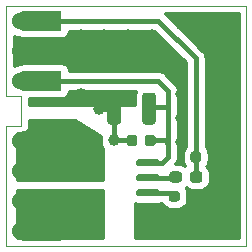
<source format=gbr>
%TF.GenerationSoftware,KiCad,Pcbnew,(5.1.9)-1*%
%TF.CreationDate,2021-06-01T15:36:46+02:00*%
%TF.ProjectId,18_Mesure_Courant,31385f4d-6573-4757-9265-5f436f757261,rev?*%
%TF.SameCoordinates,Original*%
%TF.FileFunction,Copper,L1,Top*%
%TF.FilePolarity,Positive*%
%FSLAX46Y46*%
G04 Gerber Fmt 4.6, Leading zero omitted, Abs format (unit mm)*
G04 Created by KiCad (PCBNEW (5.1.9)-1) date 2021-06-01 15:36:46*
%MOMM*%
%LPD*%
G01*
G04 APERTURE LIST*
%TA.AperFunction,Profile*%
%ADD10C,0.050000*%
%TD*%
%TA.AperFunction,ComponentPad*%
%ADD11C,1.524000*%
%TD*%
%TA.AperFunction,ComponentPad*%
%ADD12C,0.100000*%
%TD*%
%TA.AperFunction,ViaPad*%
%ADD13C,1.000000*%
%TD*%
%TA.AperFunction,Conductor*%
%ADD14C,0.400000*%
%TD*%
%TA.AperFunction,Conductor*%
%ADD15C,0.254000*%
%TD*%
%TA.AperFunction,Conductor*%
%ADD16C,0.100000*%
%TD*%
G04 APERTURE END LIST*
D10*
X101600000Y-69850000D02*
X100330000Y-69850000D01*
X101600000Y-72390000D02*
X101600000Y-69850000D01*
X100330000Y-72390000D02*
X101600000Y-72390000D01*
X100330000Y-82550000D02*
X120650000Y-82550000D01*
X100330000Y-62230000D02*
X101600000Y-62230000D01*
X100330000Y-64770000D02*
X100330000Y-62230000D01*
X100330000Y-69850000D02*
X100330000Y-67310000D01*
X120650000Y-62230000D02*
X120650000Y-82550000D01*
X101600000Y-62230000D02*
X120650000Y-62230000D01*
X100330000Y-80010000D02*
X100330000Y-82550000D01*
X100330000Y-64770000D02*
X100330000Y-67310000D01*
X100330000Y-80010000D02*
X100330000Y-72390000D01*
D11*
%TO.P,J2,1*%
%TO.N,GND*%
X101600000Y-66040000D03*
%TA.AperFunction,ComponentPad*%
D12*
G36*
X101928132Y-66889917D02*
G01*
X101845251Y-66884703D01*
X101763275Y-66871425D01*
X101682986Y-66850212D01*
X101605149Y-66821265D01*
X101530509Y-66784861D01*
X101459778Y-66741346D01*
X101393631Y-66691138D01*
X101332698Y-66634714D01*
X101277563Y-66572613D01*
X101228750Y-66505429D01*
X101186727Y-66433802D01*
X101151894Y-66358416D01*
X101124583Y-66279990D01*
X101105056Y-66199274D01*
X101093498Y-66117038D01*
X101090021Y-66034066D01*
X101094656Y-65951151D01*
X101107361Y-65869084D01*
X101128013Y-65788648D01*
X101156416Y-65710612D01*
X101192299Y-65635719D01*
X101235318Y-65564686D01*
X101285064Y-65498190D01*
X101341061Y-65436865D01*
X101402775Y-65381297D01*
X101469617Y-65332017D01*
X101540949Y-65289495D01*
X101616090Y-65254136D01*
X101694323Y-65226278D01*
X101774901Y-65206188D01*
X101857055Y-65194057D01*
X101940000Y-65190000D01*
X104990000Y-65190000D01*
X104990000Y-66890000D01*
X101940000Y-66890000D01*
X101928132Y-66889917D01*
G37*
%TD.AperFunction*%
%TD*%
D11*
%TO.P,J3,1*%
%TO.N,5V*%
X101600000Y-68580000D03*
%TA.AperFunction,ComponentPad*%
D12*
G36*
X101928132Y-69429917D02*
G01*
X101845251Y-69424703D01*
X101763275Y-69411425D01*
X101682986Y-69390212D01*
X101605149Y-69361265D01*
X101530509Y-69324861D01*
X101459778Y-69281346D01*
X101393631Y-69231138D01*
X101332698Y-69174714D01*
X101277563Y-69112613D01*
X101228750Y-69045429D01*
X101186727Y-68973802D01*
X101151894Y-68898416D01*
X101124583Y-68819990D01*
X101105056Y-68739274D01*
X101093498Y-68657038D01*
X101090021Y-68574066D01*
X101094656Y-68491151D01*
X101107361Y-68409084D01*
X101128013Y-68328648D01*
X101156416Y-68250612D01*
X101192299Y-68175719D01*
X101235318Y-68104686D01*
X101285064Y-68038190D01*
X101341061Y-67976865D01*
X101402775Y-67921297D01*
X101469617Y-67872017D01*
X101540949Y-67829495D01*
X101616090Y-67794136D01*
X101694323Y-67766278D01*
X101774901Y-67746188D01*
X101857055Y-67734057D01*
X101940000Y-67730000D01*
X104990000Y-67730000D01*
X104990000Y-69430000D01*
X101940000Y-69430000D01*
X101928132Y-69429917D01*
G37*
%TD.AperFunction*%
%TD*%
D11*
%TO.P,J1,1*%
%TO.N,I_mes*%
X101600000Y-63500000D03*
%TA.AperFunction,ComponentPad*%
D12*
G36*
X101928132Y-64349917D02*
G01*
X101845251Y-64344703D01*
X101763275Y-64331425D01*
X101682986Y-64310212D01*
X101605149Y-64281265D01*
X101530509Y-64244861D01*
X101459778Y-64201346D01*
X101393631Y-64151138D01*
X101332698Y-64094714D01*
X101277563Y-64032613D01*
X101228750Y-63965429D01*
X101186727Y-63893802D01*
X101151894Y-63818416D01*
X101124583Y-63739990D01*
X101105056Y-63659274D01*
X101093498Y-63577038D01*
X101090021Y-63494066D01*
X101094656Y-63411151D01*
X101107361Y-63329084D01*
X101128013Y-63248648D01*
X101156416Y-63170612D01*
X101192299Y-63095719D01*
X101235318Y-63024686D01*
X101285064Y-62958190D01*
X101341061Y-62896865D01*
X101402775Y-62841297D01*
X101469617Y-62792017D01*
X101540949Y-62749495D01*
X101616090Y-62714136D01*
X101694323Y-62686278D01*
X101774901Y-62666188D01*
X101857055Y-62654057D01*
X101940000Y-62650000D01*
X104990000Y-62650000D01*
X104990000Y-64350000D01*
X101940000Y-64350000D01*
X101928132Y-64349917D01*
G37*
%TD.AperFunction*%
%TD*%
%TO.P,R1,2*%
%TO.N,I_mes*%
%TA.AperFunction,SMDPad,CuDef*%
G36*
G01*
X115890000Y-76977500D02*
X115890000Y-76502500D01*
G75*
G02*
X116127500Y-76265000I237500J0D01*
G01*
X116702500Y-76265000D01*
G75*
G02*
X116940000Y-76502500I0J-237500D01*
G01*
X116940000Y-76977500D01*
G75*
G02*
X116702500Y-77215000I-237500J0D01*
G01*
X116127500Y-77215000D01*
G75*
G02*
X115890000Y-76977500I0J237500D01*
G01*
G37*
%TD.AperFunction*%
%TO.P,R1,1*%
%TO.N,Net-(R1-Pad1)*%
%TA.AperFunction,SMDPad,CuDef*%
G36*
G01*
X114140000Y-76977500D02*
X114140000Y-76502500D01*
G75*
G02*
X114377500Y-76265000I237500J0D01*
G01*
X114952500Y-76265000D01*
G75*
G02*
X115190000Y-76502500I0J-237500D01*
G01*
X115190000Y-76977500D01*
G75*
G02*
X114952500Y-77215000I-237500J0D01*
G01*
X114377500Y-77215000D01*
G75*
G02*
X114140000Y-76977500I0J237500D01*
G01*
G37*
%TD.AperFunction*%
%TD*%
D11*
%TO.P,J6,1*%
%TO.N,P_OUT*%
X101600000Y-78740000D03*
%TA.AperFunction,ComponentPad*%
D12*
G36*
X101928132Y-79589917D02*
G01*
X101845251Y-79584703D01*
X101763275Y-79571425D01*
X101682986Y-79550212D01*
X101605149Y-79521265D01*
X101530509Y-79484861D01*
X101459778Y-79441346D01*
X101393631Y-79391138D01*
X101332698Y-79334714D01*
X101277563Y-79272613D01*
X101228750Y-79205429D01*
X101186727Y-79133802D01*
X101151894Y-79058416D01*
X101124583Y-78979990D01*
X101105056Y-78899274D01*
X101093498Y-78817038D01*
X101090021Y-78734066D01*
X101094656Y-78651151D01*
X101107361Y-78569084D01*
X101128013Y-78488648D01*
X101156416Y-78410612D01*
X101192299Y-78335719D01*
X101235318Y-78264686D01*
X101285064Y-78198190D01*
X101341061Y-78136865D01*
X101402775Y-78081297D01*
X101469617Y-78032017D01*
X101540949Y-77989495D01*
X101616090Y-77954136D01*
X101694323Y-77926278D01*
X101774901Y-77906188D01*
X101857055Y-77894057D01*
X101940000Y-77890000D01*
X104990000Y-77890000D01*
X104990000Y-79590000D01*
X101940000Y-79590000D01*
X101928132Y-79589917D01*
G37*
%TD.AperFunction*%
%TD*%
%TO.P,C1,2*%
%TO.N,GND*%
%TA.AperFunction,SMDPad,CuDef*%
G36*
G01*
X111415000Y-73390000D02*
X111415000Y-73890000D01*
G75*
G02*
X111190000Y-74115000I-225000J0D01*
G01*
X110740000Y-74115000D01*
G75*
G02*
X110515000Y-73890000I0J225000D01*
G01*
X110515000Y-73390000D01*
G75*
G02*
X110740000Y-73165000I225000J0D01*
G01*
X111190000Y-73165000D01*
G75*
G02*
X111415000Y-73390000I0J-225000D01*
G01*
G37*
%TD.AperFunction*%
%TO.P,C1,1*%
%TO.N,5V*%
%TA.AperFunction,SMDPad,CuDef*%
G36*
G01*
X112965000Y-73390000D02*
X112965000Y-73890000D01*
G75*
G02*
X112740000Y-74115000I-225000J0D01*
G01*
X112290000Y-74115000D01*
G75*
G02*
X112065000Y-73890000I0J225000D01*
G01*
X112065000Y-73390000D01*
G75*
G02*
X112290000Y-73165000I225000J0D01*
G01*
X112740000Y-73165000D01*
G75*
G02*
X112965000Y-73390000I0J-225000D01*
G01*
G37*
%TD.AperFunction*%
%TD*%
D11*
%TO.P,J7,1*%
%TO.N,P_OUT*%
X101600000Y-81280000D03*
%TA.AperFunction,ComponentPad*%
D12*
G36*
X101928132Y-82129917D02*
G01*
X101845251Y-82124703D01*
X101763275Y-82111425D01*
X101682986Y-82090212D01*
X101605149Y-82061265D01*
X101530509Y-82024861D01*
X101459778Y-81981346D01*
X101393631Y-81931138D01*
X101332698Y-81874714D01*
X101277563Y-81812613D01*
X101228750Y-81745429D01*
X101186727Y-81673802D01*
X101151894Y-81598416D01*
X101124583Y-81519990D01*
X101105056Y-81439274D01*
X101093498Y-81357038D01*
X101090021Y-81274066D01*
X101094656Y-81191151D01*
X101107361Y-81109084D01*
X101128013Y-81028648D01*
X101156416Y-80950612D01*
X101192299Y-80875719D01*
X101235318Y-80804686D01*
X101285064Y-80738190D01*
X101341061Y-80676865D01*
X101402775Y-80621297D01*
X101469617Y-80572017D01*
X101540949Y-80529495D01*
X101616090Y-80494136D01*
X101694323Y-80466278D01*
X101774901Y-80446188D01*
X101857055Y-80434057D01*
X101940000Y-80430000D01*
X104990000Y-80430000D01*
X104990000Y-82130000D01*
X101940000Y-82130000D01*
X101928132Y-82129917D01*
G37*
%TD.AperFunction*%
%TD*%
D11*
%TO.P,J4,1*%
%TO.N,P_IN*%
X101600000Y-73660000D03*
%TA.AperFunction,ComponentPad*%
D12*
G36*
X101928132Y-74509917D02*
G01*
X101845251Y-74504703D01*
X101763275Y-74491425D01*
X101682986Y-74470212D01*
X101605149Y-74441265D01*
X101530509Y-74404861D01*
X101459778Y-74361346D01*
X101393631Y-74311138D01*
X101332698Y-74254714D01*
X101277563Y-74192613D01*
X101228750Y-74125429D01*
X101186727Y-74053802D01*
X101151894Y-73978416D01*
X101124583Y-73899990D01*
X101105056Y-73819274D01*
X101093498Y-73737038D01*
X101090021Y-73654066D01*
X101094656Y-73571151D01*
X101107361Y-73489084D01*
X101128013Y-73408648D01*
X101156416Y-73330612D01*
X101192299Y-73255719D01*
X101235318Y-73184686D01*
X101285064Y-73118190D01*
X101341061Y-73056865D01*
X101402775Y-73001297D01*
X101469617Y-72952017D01*
X101540949Y-72909495D01*
X101616090Y-72874136D01*
X101694323Y-72846278D01*
X101774901Y-72826188D01*
X101857055Y-72814057D01*
X101940000Y-72810000D01*
X104990000Y-72810000D01*
X104990000Y-74510000D01*
X101940000Y-74510000D01*
X101928132Y-74509917D01*
G37*
%TD.AperFunction*%
%TD*%
D11*
%TO.P,J5,1*%
%TO.N,P_IN*%
X101600000Y-76200000D03*
%TA.AperFunction,ComponentPad*%
D12*
G36*
X101928132Y-77049917D02*
G01*
X101845251Y-77044703D01*
X101763275Y-77031425D01*
X101682986Y-77010212D01*
X101605149Y-76981265D01*
X101530509Y-76944861D01*
X101459778Y-76901346D01*
X101393631Y-76851138D01*
X101332698Y-76794714D01*
X101277563Y-76732613D01*
X101228750Y-76665429D01*
X101186727Y-76593802D01*
X101151894Y-76518416D01*
X101124583Y-76439990D01*
X101105056Y-76359274D01*
X101093498Y-76277038D01*
X101090021Y-76194066D01*
X101094656Y-76111151D01*
X101107361Y-76029084D01*
X101128013Y-75948648D01*
X101156416Y-75870612D01*
X101192299Y-75795719D01*
X101235318Y-75724686D01*
X101285064Y-75658190D01*
X101341061Y-75596865D01*
X101402775Y-75541297D01*
X101469617Y-75492017D01*
X101540949Y-75449495D01*
X101616090Y-75414136D01*
X101694323Y-75386278D01*
X101774901Y-75366188D01*
X101857055Y-75354057D01*
X101940000Y-75350000D01*
X104990000Y-75350000D01*
X104990000Y-77050000D01*
X101940000Y-77050000D01*
X101928132Y-77049917D01*
G37*
%TD.AperFunction*%
%TD*%
%TO.P,C2,2*%
%TO.N,GND*%
%TA.AperFunction,SMDPad,CuDef*%
G36*
G01*
X110040000Y-69839999D02*
X110040000Y-72040001D01*
G75*
G02*
X109790001Y-72290000I-249999J0D01*
G01*
X109139999Y-72290000D01*
G75*
G02*
X108890000Y-72040001I0J249999D01*
G01*
X108890000Y-69839999D01*
G75*
G02*
X109139999Y-69590000I249999J0D01*
G01*
X109790001Y-69590000D01*
G75*
G02*
X110040000Y-69839999I0J-249999D01*
G01*
G37*
%TD.AperFunction*%
%TO.P,C2,1*%
%TO.N,5V*%
%TA.AperFunction,SMDPad,CuDef*%
G36*
G01*
X112990000Y-69839999D02*
X112990000Y-72040001D01*
G75*
G02*
X112740001Y-72290000I-249999J0D01*
G01*
X112089999Y-72290000D01*
G75*
G02*
X111840000Y-72040001I0J249999D01*
G01*
X111840000Y-69839999D01*
G75*
G02*
X112089999Y-69590000I249999J0D01*
G01*
X112740001Y-69590000D01*
G75*
G02*
X112990000Y-69839999I0J-249999D01*
G01*
G37*
%TD.AperFunction*%
%TD*%
%TO.P,C3,2*%
%TO.N,GND*%
%TA.AperFunction,SMDPad,CuDef*%
G36*
G01*
X117465000Y-75290000D02*
X117465000Y-74790000D01*
G75*
G02*
X117690000Y-74565000I225000J0D01*
G01*
X118140000Y-74565000D01*
G75*
G02*
X118365000Y-74790000I0J-225000D01*
G01*
X118365000Y-75290000D01*
G75*
G02*
X118140000Y-75515000I-225000J0D01*
G01*
X117690000Y-75515000D01*
G75*
G02*
X117465000Y-75290000I0J225000D01*
G01*
G37*
%TD.AperFunction*%
%TO.P,C3,1*%
%TO.N,I_mes*%
%TA.AperFunction,SMDPad,CuDef*%
G36*
G01*
X115915000Y-75290000D02*
X115915000Y-74790000D01*
G75*
G02*
X116140000Y-74565000I225000J0D01*
G01*
X116590000Y-74565000D01*
G75*
G02*
X116815000Y-74790000I0J-225000D01*
G01*
X116815000Y-75290000D01*
G75*
G02*
X116590000Y-75515000I-225000J0D01*
G01*
X116140000Y-75515000D01*
G75*
G02*
X115915000Y-75290000I0J225000D01*
G01*
G37*
%TD.AperFunction*%
%TD*%
%TO.P,C4,2*%
%TO.N,GND*%
%TA.AperFunction,SMDPad,CuDef*%
G36*
G01*
X114290000Y-79465000D02*
X114790000Y-79465000D01*
G75*
G02*
X115015000Y-79690000I0J-225000D01*
G01*
X115015000Y-80140000D01*
G75*
G02*
X114790000Y-80365000I-225000J0D01*
G01*
X114290000Y-80365000D01*
G75*
G02*
X114065000Y-80140000I0J225000D01*
G01*
X114065000Y-79690000D01*
G75*
G02*
X114290000Y-79465000I225000J0D01*
G01*
G37*
%TD.AperFunction*%
%TO.P,C4,1*%
%TO.N,Net-(C4-Pad1)*%
%TA.AperFunction,SMDPad,CuDef*%
G36*
G01*
X114290000Y-77915000D02*
X114790000Y-77915000D01*
G75*
G02*
X115015000Y-78140000I0J-225000D01*
G01*
X115015000Y-78590000D01*
G75*
G02*
X114790000Y-78815000I-225000J0D01*
G01*
X114290000Y-78815000D01*
G75*
G02*
X114065000Y-78590000I0J225000D01*
G01*
X114065000Y-78140000D01*
G75*
G02*
X114290000Y-77915000I225000J0D01*
G01*
G37*
%TD.AperFunction*%
%TD*%
%TO.P,U1,8*%
%TO.N,5V*%
%TA.AperFunction,SMDPad,CuDef*%
G36*
G01*
X111340000Y-75685000D02*
X111340000Y-75385000D01*
G75*
G02*
X111490000Y-75235000I150000J0D01*
G01*
X113140000Y-75235000D01*
G75*
G02*
X113290000Y-75385000I0J-150000D01*
G01*
X113290000Y-75685000D01*
G75*
G02*
X113140000Y-75835000I-150000J0D01*
G01*
X111490000Y-75835000D01*
G75*
G02*
X111340000Y-75685000I0J150000D01*
G01*
G37*
%TD.AperFunction*%
%TO.P,U1,7*%
%TO.N,Net-(R1-Pad1)*%
%TA.AperFunction,SMDPad,CuDef*%
G36*
G01*
X111340000Y-76955000D02*
X111340000Y-76655000D01*
G75*
G02*
X111490000Y-76505000I150000J0D01*
G01*
X113140000Y-76505000D01*
G75*
G02*
X113290000Y-76655000I0J-150000D01*
G01*
X113290000Y-76955000D01*
G75*
G02*
X113140000Y-77105000I-150000J0D01*
G01*
X111490000Y-77105000D01*
G75*
G02*
X111340000Y-76955000I0J150000D01*
G01*
G37*
%TD.AperFunction*%
%TO.P,U1,6*%
%TO.N,Net-(C4-Pad1)*%
%TA.AperFunction,SMDPad,CuDef*%
G36*
G01*
X111340000Y-78225000D02*
X111340000Y-77925000D01*
G75*
G02*
X111490000Y-77775000I150000J0D01*
G01*
X113140000Y-77775000D01*
G75*
G02*
X113290000Y-77925000I0J-150000D01*
G01*
X113290000Y-78225000D01*
G75*
G02*
X113140000Y-78375000I-150000J0D01*
G01*
X111490000Y-78375000D01*
G75*
G02*
X111340000Y-78225000I0J150000D01*
G01*
G37*
%TD.AperFunction*%
%TO.P,U1,5*%
%TO.N,GND*%
%TA.AperFunction,SMDPad,CuDef*%
G36*
G01*
X111340000Y-79495000D02*
X111340000Y-79195000D01*
G75*
G02*
X111490000Y-79045000I150000J0D01*
G01*
X113140000Y-79045000D01*
G75*
G02*
X113290000Y-79195000I0J-150000D01*
G01*
X113290000Y-79495000D01*
G75*
G02*
X113140000Y-79645000I-150000J0D01*
G01*
X111490000Y-79645000D01*
G75*
G02*
X111340000Y-79495000I0J150000D01*
G01*
G37*
%TD.AperFunction*%
%TO.P,U1,4*%
%TO.N,P_OUT*%
%TA.AperFunction,SMDPad,CuDef*%
G36*
G01*
X106390000Y-79495000D02*
X106390000Y-79195000D01*
G75*
G02*
X106540000Y-79045000I150000J0D01*
G01*
X108190000Y-79045000D01*
G75*
G02*
X108340000Y-79195000I0J-150000D01*
G01*
X108340000Y-79495000D01*
G75*
G02*
X108190000Y-79645000I-150000J0D01*
G01*
X106540000Y-79645000D01*
G75*
G02*
X106390000Y-79495000I0J150000D01*
G01*
G37*
%TD.AperFunction*%
%TO.P,U1,3*%
%TA.AperFunction,SMDPad,CuDef*%
G36*
G01*
X106390000Y-78225000D02*
X106390000Y-77925000D01*
G75*
G02*
X106540000Y-77775000I150000J0D01*
G01*
X108190000Y-77775000D01*
G75*
G02*
X108340000Y-77925000I0J-150000D01*
G01*
X108340000Y-78225000D01*
G75*
G02*
X108190000Y-78375000I-150000J0D01*
G01*
X106540000Y-78375000D01*
G75*
G02*
X106390000Y-78225000I0J150000D01*
G01*
G37*
%TD.AperFunction*%
%TO.P,U1,2*%
%TO.N,P_IN*%
%TA.AperFunction,SMDPad,CuDef*%
G36*
G01*
X106390000Y-76955000D02*
X106390000Y-76655000D01*
G75*
G02*
X106540000Y-76505000I150000J0D01*
G01*
X108190000Y-76505000D01*
G75*
G02*
X108340000Y-76655000I0J-150000D01*
G01*
X108340000Y-76955000D01*
G75*
G02*
X108190000Y-77105000I-150000J0D01*
G01*
X106540000Y-77105000D01*
G75*
G02*
X106390000Y-76955000I0J150000D01*
G01*
G37*
%TD.AperFunction*%
%TO.P,U1,1*%
%TA.AperFunction,SMDPad,CuDef*%
G36*
G01*
X106390000Y-75685000D02*
X106390000Y-75385000D01*
G75*
G02*
X106540000Y-75235000I150000J0D01*
G01*
X108190000Y-75235000D01*
G75*
G02*
X108340000Y-75385000I0J-150000D01*
G01*
X108340000Y-75685000D01*
G75*
G02*
X108190000Y-75835000I-150000J0D01*
G01*
X106540000Y-75835000D01*
G75*
G02*
X106390000Y-75685000I0J150000D01*
G01*
G37*
%TD.AperFunction*%
%TD*%
D13*
%TO.N,GND*%
X114540000Y-81240000D03*
X119240000Y-75040000D03*
X109440000Y-73640000D03*
X108140000Y-70940000D03*
X106640000Y-64740000D03*
X108640000Y-64740000D03*
X110640000Y-64740000D03*
X112640000Y-64740000D03*
X114140000Y-66240000D03*
X115140000Y-67740000D03*
X115140000Y-69740000D03*
X115140000Y-71740000D03*
X115140000Y-73740000D03*
X115140000Y-63740000D03*
X117140000Y-63740000D03*
X119140000Y-63740000D03*
X106640000Y-69740000D03*
X117140000Y-65740000D03*
X117640000Y-67740000D03*
X117640000Y-69740000D03*
X117640000Y-71740000D03*
X117640000Y-73740000D03*
X113140000Y-81240000D03*
X111640000Y-81240000D03*
X116140000Y-81240000D03*
X117640000Y-81240000D03*
X119140000Y-81240000D03*
X119140000Y-79740000D03*
X119140000Y-78240000D03*
X119140000Y-76740000D03*
X119140000Y-72740000D03*
X119140000Y-70740000D03*
X119140000Y-68740000D03*
X119140000Y-66240000D03*
X116140000Y-78240000D03*
X117640000Y-78240000D03*
X106640000Y-67240000D03*
X108640000Y-67240000D03*
X110640000Y-67240000D03*
X112640000Y-67240000D03*
%TD*%
D14*
%TO.N,GND*%
X114540000Y-79915000D02*
X114540000Y-80840000D01*
X114540000Y-80840000D02*
X114540000Y-81240000D01*
X112315000Y-79345000D02*
X113645000Y-79345000D01*
X114215000Y-79915000D02*
X114540000Y-79915000D01*
X113645000Y-79345000D02*
X114215000Y-79915000D01*
X117915000Y-75040000D02*
X119040000Y-75040000D01*
X119040000Y-75040000D02*
X119240000Y-75040000D01*
X110965000Y-73640000D02*
X109440000Y-73640000D01*
X109465000Y-70940000D02*
X108140000Y-70940000D01*
X109440000Y-70965000D02*
X109465000Y-70940000D01*
X109440000Y-73640000D02*
X109440000Y-70965000D01*
%TO.N,5V*%
X112315000Y-75535000D02*
X113545000Y-75535000D01*
X113545000Y-75535000D02*
X114040000Y-75040000D01*
X112515000Y-70840000D02*
X112415000Y-70940000D01*
X114040000Y-70840000D02*
X112515000Y-70840000D01*
X113740000Y-73640000D02*
X114040000Y-73940000D01*
X112515000Y-73640000D02*
X113740000Y-73640000D01*
X114040000Y-73940000D02*
X114040000Y-70840000D01*
X114040000Y-75040000D02*
X114040000Y-73940000D01*
X104140000Y-68580000D02*
X113180000Y-68580000D01*
X114040000Y-69440000D02*
X114040000Y-70840000D01*
X113180000Y-68580000D02*
X114040000Y-69440000D01*
%TO.N,Net-(R1-Pad1)*%
X114600000Y-76805000D02*
X114665000Y-76740000D01*
X112315000Y-76805000D02*
X114600000Y-76805000D01*
%TO.N,I_mes*%
X116415000Y-75090000D02*
X116365000Y-75040000D01*
X116415000Y-76740000D02*
X116415000Y-75090000D01*
X116365000Y-75040000D02*
X116365000Y-66665000D01*
X113200000Y-63500000D02*
X104140000Y-63500000D01*
X116365000Y-66665000D02*
X113200000Y-63500000D01*
%TO.N,Net-(C4-Pad1)*%
X114250000Y-78075000D02*
X114540000Y-78365000D01*
X112315000Y-78075000D02*
X114250000Y-78075000D01*
%TO.N,P_IN*%
X104745000Y-76805000D02*
X104140000Y-76200000D01*
X107365000Y-76805000D02*
X104745000Y-76805000D01*
X106015000Y-75535000D02*
X104140000Y-73660000D01*
X107365000Y-75535000D02*
X106015000Y-75535000D01*
X104805000Y-75535000D02*
X104140000Y-76200000D01*
X107365000Y-75535000D02*
X104805000Y-75535000D01*
%TO.N,P_OUT*%
X104745000Y-79345000D02*
X104140000Y-78740000D01*
X104805000Y-78075000D02*
X104140000Y-78740000D01*
X107365000Y-78075000D02*
X104805000Y-78075000D01*
X105935000Y-79485000D02*
X105935000Y-79345000D01*
X104140000Y-81280000D02*
X105935000Y-79485000D01*
X105935000Y-79345000D02*
X104745000Y-79345000D01*
X107365000Y-79345000D02*
X105935000Y-79345000D01*
%TD*%
D15*
%TO.N,P_IN*%
X108380352Y-73232318D02*
X108348617Y-73308933D01*
X108305000Y-73528212D01*
X108305000Y-73751788D01*
X108348617Y-73971067D01*
X108434176Y-74177624D01*
X108513000Y-74295592D01*
X108513000Y-77013000D01*
X101267000Y-77013000D01*
X101267000Y-73050000D01*
X101567581Y-73050000D01*
X101600000Y-73053193D01*
X101632419Y-73050000D01*
X101729383Y-73040450D01*
X101853793Y-73002710D01*
X101968450Y-72941425D01*
X102068948Y-72858948D01*
X102151425Y-72758450D01*
X102212710Y-72643793D01*
X102250450Y-72519383D01*
X102263193Y-72390000D01*
X102260000Y-72357581D01*
X102260000Y-71867000D01*
X106104822Y-71867000D01*
X108380352Y-73232318D01*
%TA.AperFunction,Conductor*%
D16*
G36*
X108380352Y-73232318D02*
G01*
X108348617Y-73308933D01*
X108305000Y-73528212D01*
X108305000Y-73751788D01*
X108348617Y-73971067D01*
X108434176Y-74177624D01*
X108513000Y-74295592D01*
X108513000Y-77013000D01*
X101267000Y-77013000D01*
X101267000Y-73050000D01*
X101567581Y-73050000D01*
X101600000Y-73053193D01*
X101632419Y-73050000D01*
X101729383Y-73040450D01*
X101853793Y-73002710D01*
X101968450Y-72941425D01*
X102068948Y-72858948D01*
X102151425Y-72758450D01*
X102212710Y-72643793D01*
X102250450Y-72519383D01*
X102263193Y-72390000D01*
X102260000Y-72357581D01*
X102260000Y-71867000D01*
X106104822Y-71867000D01*
X108380352Y-73232318D01*
G37*
%TD.AperFunction*%
%TD*%
D15*
%TO.N,P_OUT*%
X108513000Y-81890000D02*
X101267000Y-81890000D01*
X101267000Y-77867000D01*
X108513000Y-77867000D01*
X108513000Y-81890000D01*
%TA.AperFunction,Conductor*%
D16*
G36*
X108513000Y-81890000D02*
G01*
X101267000Y-81890000D01*
X101267000Y-77867000D01*
X108513000Y-77867000D01*
X108513000Y-81890000D01*
G37*
%TD.AperFunction*%
%TD*%
D15*
%TO.N,GND*%
X111269528Y-69500149D02*
X111218992Y-69666745D01*
X111201928Y-69839999D01*
X111201928Y-70613000D01*
X102260000Y-70613000D01*
X102260000Y-70068072D01*
X104990000Y-70068072D01*
X105114482Y-70055812D01*
X105234180Y-70019502D01*
X105344494Y-69960537D01*
X105441185Y-69881185D01*
X105520537Y-69784494D01*
X105579502Y-69674180D01*
X105615812Y-69554482D01*
X105628072Y-69430000D01*
X105628072Y-69415000D01*
X111315041Y-69415000D01*
X111269528Y-69500149D01*
%TA.AperFunction,Conductor*%
D16*
G36*
X111269528Y-69500149D02*
G01*
X111218992Y-69666745D01*
X111201928Y-69839999D01*
X111201928Y-70613000D01*
X102260000Y-70613000D01*
X102260000Y-70068072D01*
X104990000Y-70068072D01*
X105114482Y-70055812D01*
X105234180Y-70019502D01*
X105344494Y-69960537D01*
X105441185Y-69881185D01*
X105520537Y-69784494D01*
X105579502Y-69674180D01*
X105615812Y-69554482D01*
X105628072Y-69430000D01*
X105628072Y-69415000D01*
X111315041Y-69415000D01*
X111269528Y-69500149D01*
G37*
%TD.AperFunction*%
D15*
X115530001Y-67010870D02*
X115530001Y-70613000D01*
X114875000Y-70613000D01*
X114875000Y-69481018D01*
X114879040Y-69440000D01*
X114865111Y-69298575D01*
X114862918Y-69276311D01*
X114815172Y-69118913D01*
X114737636Y-68973854D01*
X114633291Y-68846709D01*
X114601433Y-68820564D01*
X113799445Y-68018578D01*
X113773291Y-67986709D01*
X113646146Y-67882364D01*
X113501087Y-67804828D01*
X113343689Y-67757082D01*
X113221019Y-67745000D01*
X113221018Y-67745000D01*
X113180000Y-67740960D01*
X113138982Y-67745000D01*
X105628072Y-67745000D01*
X105628072Y-67730000D01*
X105615812Y-67605518D01*
X105579502Y-67485820D01*
X105520537Y-67375506D01*
X105441185Y-67278815D01*
X105344494Y-67199463D01*
X105234180Y-67140498D01*
X105114482Y-67104188D01*
X104990000Y-67091928D01*
X101940000Y-67091928D01*
X101877735Y-67094973D01*
X101712636Y-67111161D01*
X101590477Y-67135349D01*
X101431666Y-67183297D01*
X101404386Y-67194541D01*
X101192510Y-67236686D01*
X100990000Y-67320569D01*
X100990000Y-64759431D01*
X101192510Y-64843314D01*
X101401535Y-64884892D01*
X101412217Y-64889470D01*
X101570343Y-64939630D01*
X101692149Y-64965520D01*
X101857006Y-64984012D01*
X101923670Y-64987973D01*
X101935538Y-64988056D01*
X101940000Y-64988072D01*
X104990000Y-64988072D01*
X105114482Y-64975812D01*
X105234180Y-64939502D01*
X105344494Y-64880537D01*
X105441185Y-64801185D01*
X105520537Y-64704494D01*
X105579502Y-64594180D01*
X105615812Y-64474482D01*
X105628072Y-64350000D01*
X105628072Y-64335000D01*
X112854133Y-64335000D01*
X115530001Y-67010870D01*
%TA.AperFunction,Conductor*%
D16*
G36*
X115530001Y-67010870D02*
G01*
X115530001Y-70613000D01*
X114875000Y-70613000D01*
X114875000Y-69481018D01*
X114879040Y-69440000D01*
X114865111Y-69298575D01*
X114862918Y-69276311D01*
X114815172Y-69118913D01*
X114737636Y-68973854D01*
X114633291Y-68846709D01*
X114601433Y-68820564D01*
X113799445Y-68018578D01*
X113773291Y-67986709D01*
X113646146Y-67882364D01*
X113501087Y-67804828D01*
X113343689Y-67757082D01*
X113221019Y-67745000D01*
X113221018Y-67745000D01*
X113180000Y-67740960D01*
X113138982Y-67745000D01*
X105628072Y-67745000D01*
X105628072Y-67730000D01*
X105615812Y-67605518D01*
X105579502Y-67485820D01*
X105520537Y-67375506D01*
X105441185Y-67278815D01*
X105344494Y-67199463D01*
X105234180Y-67140498D01*
X105114482Y-67104188D01*
X104990000Y-67091928D01*
X101940000Y-67091928D01*
X101877735Y-67094973D01*
X101712636Y-67111161D01*
X101590477Y-67135349D01*
X101431666Y-67183297D01*
X101404386Y-67194541D01*
X101192510Y-67236686D01*
X100990000Y-67320569D01*
X100990000Y-64759431D01*
X101192510Y-64843314D01*
X101401535Y-64884892D01*
X101412217Y-64889470D01*
X101570343Y-64939630D01*
X101692149Y-64965520D01*
X101857006Y-64984012D01*
X101923670Y-64987973D01*
X101935538Y-64988056D01*
X101940000Y-64988072D01*
X104990000Y-64988072D01*
X105114482Y-64975812D01*
X105234180Y-64939502D01*
X105344494Y-64880537D01*
X105441185Y-64801185D01*
X105520537Y-64704494D01*
X105579502Y-64594180D01*
X105615812Y-64474482D01*
X105628072Y-64350000D01*
X105628072Y-64335000D01*
X112854133Y-64335000D01*
X115530001Y-67010870D01*
G37*
%TD.AperFunction*%
D15*
X119990000Y-70613000D02*
X117200000Y-70613000D01*
X117200000Y-66706018D01*
X117204040Y-66665000D01*
X117187918Y-66501311D01*
X117140172Y-66343913D01*
X117062636Y-66198854D01*
X116984439Y-66103570D01*
X116984437Y-66103568D01*
X116958291Y-66071709D01*
X116926432Y-66045563D01*
X113819446Y-62938579D01*
X113793291Y-62906709D01*
X113772931Y-62890000D01*
X119990000Y-62890000D01*
X119990000Y-70613000D01*
%TA.AperFunction,Conductor*%
D16*
G36*
X119990000Y-70613000D02*
G01*
X117200000Y-70613000D01*
X117200000Y-66706018D01*
X117204040Y-66665000D01*
X117187918Y-66501311D01*
X117140172Y-66343913D01*
X117062636Y-66198854D01*
X116984439Y-66103570D01*
X116984437Y-66103568D01*
X116958291Y-66071709D01*
X116926432Y-66045563D01*
X113819446Y-62938579D01*
X113793291Y-62906709D01*
X113772931Y-62890000D01*
X119990000Y-62890000D01*
X119990000Y-70613000D01*
G37*
%TD.AperFunction*%
%TD*%
D15*
%TO.N,GND*%
X119990001Y-81890000D02*
X111267000Y-81890000D01*
X111267000Y-78976921D01*
X111336255Y-78997929D01*
X111490000Y-79013072D01*
X113140000Y-79013072D01*
X113293745Y-78997929D01*
X113441582Y-78953084D01*
X113494919Y-78924575D01*
X113572382Y-79069497D01*
X113679716Y-79200284D01*
X113810503Y-79307618D01*
X113959717Y-79387375D01*
X114121623Y-79436488D01*
X114290000Y-79453072D01*
X114790000Y-79453072D01*
X114958377Y-79436488D01*
X115120283Y-79387375D01*
X115269497Y-79307618D01*
X115400284Y-79200284D01*
X115507618Y-79069497D01*
X115587375Y-78920283D01*
X115636488Y-78758377D01*
X115653072Y-78590000D01*
X115653072Y-78140000D01*
X115636488Y-77971623D01*
X115587375Y-77809717D01*
X115507618Y-77660503D01*
X115502051Y-77653720D01*
X115540000Y-77622575D01*
X115641058Y-77705512D01*
X115792433Y-77786423D01*
X115956684Y-77836248D01*
X116127500Y-77853072D01*
X116702500Y-77853072D01*
X116873316Y-77836248D01*
X117037567Y-77786423D01*
X117188942Y-77705512D01*
X117321623Y-77596623D01*
X117430512Y-77463942D01*
X117511423Y-77312567D01*
X117561248Y-77148316D01*
X117578072Y-76977500D01*
X117578072Y-76502500D01*
X117561248Y-76331684D01*
X117511423Y-76167433D01*
X117430512Y-76016058D01*
X117321623Y-75883377D01*
X117257409Y-75830677D01*
X117307618Y-75769497D01*
X117387375Y-75620283D01*
X117436488Y-75458377D01*
X117453072Y-75290000D01*
X117453072Y-74790000D01*
X117436488Y-74621623D01*
X117387375Y-74459717D01*
X117307618Y-74310503D01*
X117200284Y-74179716D01*
X117200000Y-74179483D01*
X117200000Y-69867000D01*
X119990000Y-69867000D01*
X119990001Y-81890000D01*
%TA.AperFunction,Conductor*%
D16*
G36*
X119990001Y-81890000D02*
G01*
X111267000Y-81890000D01*
X111267000Y-78976921D01*
X111336255Y-78997929D01*
X111490000Y-79013072D01*
X113140000Y-79013072D01*
X113293745Y-78997929D01*
X113441582Y-78953084D01*
X113494919Y-78924575D01*
X113572382Y-79069497D01*
X113679716Y-79200284D01*
X113810503Y-79307618D01*
X113959717Y-79387375D01*
X114121623Y-79436488D01*
X114290000Y-79453072D01*
X114790000Y-79453072D01*
X114958377Y-79436488D01*
X115120283Y-79387375D01*
X115269497Y-79307618D01*
X115400284Y-79200284D01*
X115507618Y-79069497D01*
X115587375Y-78920283D01*
X115636488Y-78758377D01*
X115653072Y-78590000D01*
X115653072Y-78140000D01*
X115636488Y-77971623D01*
X115587375Y-77809717D01*
X115507618Y-77660503D01*
X115502051Y-77653720D01*
X115540000Y-77622575D01*
X115641058Y-77705512D01*
X115792433Y-77786423D01*
X115956684Y-77836248D01*
X116127500Y-77853072D01*
X116702500Y-77853072D01*
X116873316Y-77836248D01*
X117037567Y-77786423D01*
X117188942Y-77705512D01*
X117321623Y-77596623D01*
X117430512Y-77463942D01*
X117511423Y-77312567D01*
X117561248Y-77148316D01*
X117578072Y-76977500D01*
X117578072Y-76502500D01*
X117561248Y-76331684D01*
X117511423Y-76167433D01*
X117430512Y-76016058D01*
X117321623Y-75883377D01*
X117257409Y-75830677D01*
X117307618Y-75769497D01*
X117387375Y-75620283D01*
X117436488Y-75458377D01*
X117453072Y-75290000D01*
X117453072Y-74790000D01*
X117436488Y-74621623D01*
X117387375Y-74459717D01*
X117307618Y-74310503D01*
X117200284Y-74179716D01*
X117200000Y-74179483D01*
X117200000Y-69867000D01*
X119990000Y-69867000D01*
X119990001Y-81890000D01*
G37*
%TD.AperFunction*%
D15*
X115530000Y-74179483D02*
X115529716Y-74179716D01*
X115422382Y-74310503D01*
X115342625Y-74459717D01*
X115293512Y-74621623D01*
X115276928Y-74790000D01*
X115276928Y-75290000D01*
X115293512Y-75458377D01*
X115342625Y-75620283D01*
X115419493Y-75764092D01*
X115287567Y-75693577D01*
X115123316Y-75643752D01*
X114952500Y-75626928D01*
X114638513Y-75626928D01*
X114737636Y-75506146D01*
X114815172Y-75361087D01*
X114862918Y-75203689D01*
X114875000Y-75081019D01*
X114875000Y-75081018D01*
X114879040Y-75040000D01*
X114875000Y-74998982D01*
X114875000Y-73981018D01*
X114879040Y-73939999D01*
X114875000Y-73898981D01*
X114875000Y-70881019D01*
X114879040Y-70840000D01*
X114875000Y-70798981D01*
X114875000Y-69867000D01*
X115530001Y-69867000D01*
X115530000Y-74179483D01*
%TA.AperFunction,Conductor*%
D16*
G36*
X115530000Y-74179483D02*
G01*
X115529716Y-74179716D01*
X115422382Y-74310503D01*
X115342625Y-74459717D01*
X115293512Y-74621623D01*
X115276928Y-74790000D01*
X115276928Y-75290000D01*
X115293512Y-75458377D01*
X115342625Y-75620283D01*
X115419493Y-75764092D01*
X115287567Y-75693577D01*
X115123316Y-75643752D01*
X114952500Y-75626928D01*
X114638513Y-75626928D01*
X114737636Y-75506146D01*
X114815172Y-75361087D01*
X114862918Y-75203689D01*
X114875000Y-75081019D01*
X114875000Y-75081018D01*
X114879040Y-75040000D01*
X114875000Y-74998982D01*
X114875000Y-73981018D01*
X114879040Y-73939999D01*
X114875000Y-73898981D01*
X114875000Y-70881019D01*
X114879040Y-70840000D01*
X114875000Y-70798981D01*
X114875000Y-69867000D01*
X115530001Y-69867000D01*
X115530000Y-74179483D01*
G37*
%TD.AperFunction*%
%TD*%
M02*

</source>
